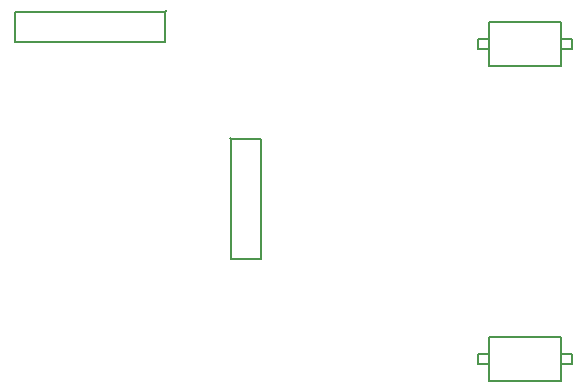
<source format=gbr>
%TF.GenerationSoftware,Altium Limited,Altium Designer,21.3.2 (30)*%
G04 Layer_Color=16711935*
%FSLAX26Y26*%
%MOIN*%
%TF.SameCoordinates,5CB9DBA1-4DA9-4ED0-9B61-E5D9B39C4D3D*%
%TF.FilePolarity,Positive*%
%TF.FileFunction,Other,Mechanical_1*%
%TF.Part,Single*%
G01*
G75*
%TA.AperFunction,NonConductor*%
%ADD83C,0.006000*%
%ADD87C,0.008000*%
D83*
X5052000Y2456835D02*
X5292157D01*
Y2311165D02*
Y2456835D01*
X5052000Y2311165D02*
X5292157D01*
X5052000D02*
Y2456835D01*
X5292157Y2399748D02*
X5329559D01*
Y2368252D02*
Y2399748D01*
X5292157Y2368252D02*
X5329559D01*
X5014598Y2368252D02*
X5052000D01*
X5014598D02*
Y2399748D01*
X5052000D01*
Y1406835D02*
X5292157D01*
Y1261165D02*
Y1406835D01*
X5052000Y1261165D02*
X5292157D01*
X5052000D02*
Y1406835D01*
X5292157Y1349748D02*
X5329559D01*
Y1318252D02*
Y1349748D01*
X5292157Y1318252D02*
X5329559D01*
X5014598Y1318252D02*
X5052000D01*
X5014598D02*
Y1349748D01*
X5052000D01*
D87*
X3973000Y2491000D02*
X3978000Y2496000D01*
X3473000Y2391000D02*
Y2491000D01*
Y2391000D02*
X3973000D01*
Y2491000D01*
X3473000D02*
X3973000D01*
X4189000Y2072000D02*
X4194000Y2067000D01*
Y1667000D02*
X4294000D01*
Y2067000D01*
X4194000D02*
X4294000D01*
X4194000Y1667000D02*
Y2067000D01*
%TF.MD5,d81ddd41f3701c5cd883c5c73a9a4faa*%
M02*

</source>
